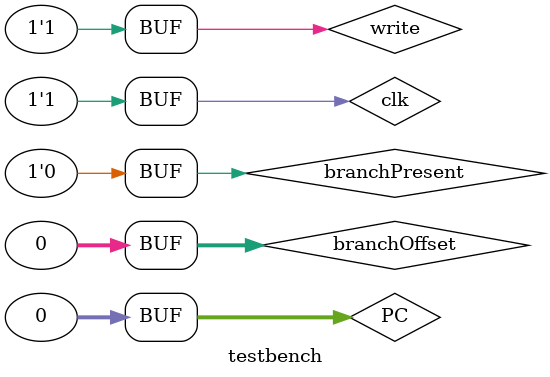
<source format=v>
`timescale 1ns/1ns

module testbench ();
    reg clk;
    wire write,branchPresent;
    wire [31:0] PC,branchOffset;
    wire [31:0] newPC,instruction;
    
    initial begin
        $dumpfile("testbench.vcd");
        $dumpvars(0,testbench);
        clk                  = 1;
        repeat(5000) #50 clk = ~clk ;
    end

    assign PC = 32'b0;
    assign branchOffset=32'b0;
    assign branchPresent=1'b0;
    assign write=1'b1;
    instructionFetch instructionFetch(clk,PC,newPC,branchPresent,branchOffset,instruction,write);
endmodule 

// test -> FAIL
</source>
